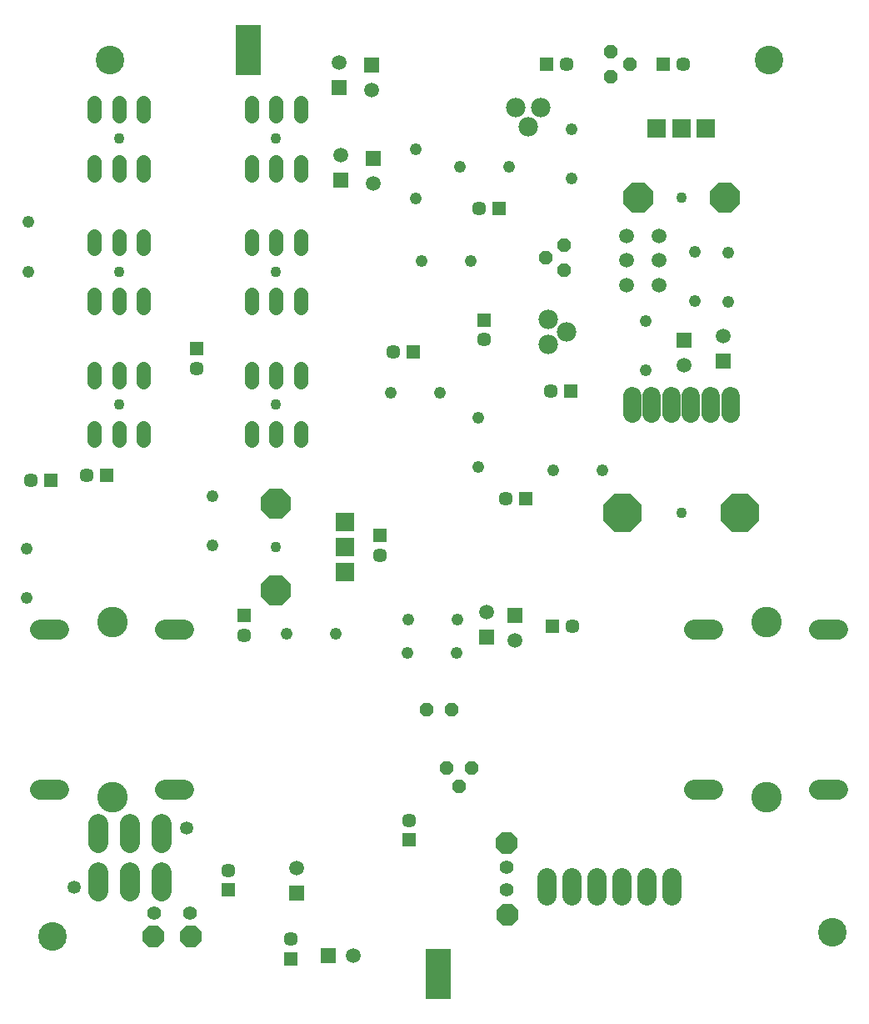
<source format=gbr>
G04 EAGLE Gerber X2 export*
%TF.Part,Single*%
%TF.FileFunction,Soldermask,Bot,1*%
%TF.FilePolarity,Positive*%
%TF.GenerationSoftware,Autodesk,EAGLE,9.2.2*%
%TF.CreationDate,2019-01-08T14:26:45Z*%
G75*
%MOMM*%
%FSLAX34Y34*%
%LPD*%
%INSoldermask Bottom*%
%AMOC8*
5,1,8,0,0,1.08239X$1,22.5*%
G01*
%ADD10C,1.244600*%
%ADD11R,1.451600X1.451600*%
%ADD12C,1.451600*%
%ADD13C,1.509600*%
%ADD14R,1.509600X1.509600*%
%ADD15C,1.422400*%
%ADD16C,1.101600*%
%ADD17C,2.051600*%
%ADD18C,3.101600*%
%ADD19P,1.539592X8X202.500000*%
%ADD20P,2.446851X8X112.500000*%
%ADD21C,1.981200*%
%ADD22P,1.539592X8X292.500000*%
%ADD23P,1.539592X8X112.500000*%
%ADD24R,1.981200X1.981200*%
%ADD25P,3.357141X8X112.500000*%
%ADD26P,3.357141X8X22.500000*%
%ADD27P,2.446851X8X22.500000*%
%ADD28P,2.446851X8X202.500000*%
%ADD29C,1.901600*%
%ADD30P,4.233877X8X22.500000*%
%ADD31C,1.981200*%
%ADD32C,1.351600*%
%ADD33C,2.901600*%
%ADD34R,2.641600X5.181600*%
%ADD35C,1.401600*%


D10*
X369510Y377210D03*
X319510Y377210D03*
D11*
X535700Y809150D03*
D12*
X515700Y809150D03*
D11*
X520700Y695800D03*
D12*
X520700Y675800D03*
D11*
X228290Y666880D03*
D12*
X228290Y646880D03*
D11*
X608440Y623650D03*
D12*
X588440Y623650D03*
D11*
X448150Y663480D03*
D12*
X428150Y663480D03*
D10*
X514350Y596500D03*
X514350Y546500D03*
X244820Y466910D03*
X244820Y516910D03*
D11*
X137000Y538020D03*
D12*
X117000Y538020D03*
D11*
X562450Y514350D03*
D12*
X542450Y514350D03*
D11*
X590298Y384589D03*
D12*
X610298Y384589D03*
D10*
X55800Y413530D03*
X55800Y463530D03*
D11*
X79850Y533400D03*
D12*
X59850Y533400D03*
D10*
X590950Y543677D03*
X640950Y543677D03*
D11*
X414670Y477000D03*
D12*
X414670Y457000D03*
D11*
X276580Y395840D03*
D12*
X276580Y375840D03*
D10*
X684387Y644723D03*
X684387Y694723D03*
D11*
X323850Y47150D03*
D12*
X323850Y67150D03*
D11*
X444500Y167800D03*
D12*
X444500Y187800D03*
D11*
X260350Y117000D03*
D12*
X260350Y137000D03*
D10*
X57150Y745160D03*
X57150Y795160D03*
D11*
X702740Y955743D03*
D12*
X722740Y955743D03*
D11*
X584360Y955743D03*
D12*
X604360Y955743D03*
D10*
X609600Y839380D03*
X609600Y889380D03*
X545700Y851870D03*
X495700Y851870D03*
D13*
X387350Y50800D03*
D14*
X361950Y50800D03*
D13*
X330200Y139700D03*
D14*
X330200Y114300D03*
D15*
X334200Y708396D02*
X334200Y721604D01*
X309200Y721604D02*
X309200Y708396D01*
X284200Y708396D02*
X284200Y721604D01*
X284200Y768396D02*
X284200Y781604D01*
X309200Y781604D02*
X309200Y768396D01*
X334200Y768396D02*
X334200Y781604D01*
D16*
X309200Y745000D03*
D17*
X89050Y218850D02*
X69550Y218850D01*
X69550Y381150D02*
X89050Y381150D01*
X196550Y218850D02*
X216050Y218850D01*
X216050Y381150D02*
X196550Y381150D01*
D18*
X142800Y211100D03*
X142800Y388900D03*
D19*
X487700Y300000D03*
X462300Y300000D03*
D20*
X543560Y165100D03*
X544560Y92280D03*
D15*
X334200Y843396D02*
X334200Y856604D01*
X309200Y856604D02*
X309200Y843396D01*
X284200Y843396D02*
X284200Y856604D01*
X284200Y903396D02*
X284200Y916604D01*
X309200Y916604D02*
X309200Y903396D01*
X334200Y903396D02*
X334200Y916604D01*
D16*
X309200Y880000D03*
D15*
X124200Y903396D02*
X124200Y916604D01*
X149200Y916604D02*
X149200Y903396D01*
X174200Y903396D02*
X174200Y916604D01*
X174200Y856604D02*
X174200Y843396D01*
X149200Y843396D02*
X149200Y856604D01*
X124200Y856604D02*
X124200Y843396D01*
D16*
X149200Y880000D03*
D17*
X861050Y381150D02*
X880550Y381150D01*
X880550Y218850D02*
X861050Y218850D01*
X753550Y381150D02*
X734050Y381150D01*
X734050Y218850D02*
X753550Y218850D01*
D18*
X807300Y388900D03*
X807300Y211100D03*
D21*
X577850Y911320D03*
X565150Y892270D03*
X552450Y911320D03*
D22*
X649240Y943045D03*
X668290Y955745D03*
X649240Y968445D03*
D23*
X601988Y771880D03*
X582938Y759180D03*
X601988Y746480D03*
D21*
X585360Y696580D03*
X604410Y683880D03*
X585360Y671180D03*
D24*
X695800Y890000D03*
X720800Y890000D03*
X745800Y890000D03*
D25*
X676800Y820000D03*
X764800Y820000D03*
D16*
X720800Y820000D03*
D13*
X374650Y863600D03*
D14*
X374650Y838200D03*
D13*
X407670Y834390D03*
D14*
X407670Y859790D03*
D13*
X723362Y650113D03*
D14*
X723362Y675513D03*
D13*
X763270Y679450D03*
D14*
X763270Y654050D03*
D24*
X379200Y490400D03*
X379200Y465400D03*
X379200Y440400D03*
D26*
X309200Y509400D03*
X309200Y421400D03*
D16*
X309200Y465400D03*
D15*
X124200Y768396D02*
X124200Y781604D01*
X149200Y781604D02*
X149200Y768396D01*
X174200Y768396D02*
X174200Y781604D01*
X174200Y721604D02*
X174200Y708396D01*
X149200Y708396D02*
X149200Y721604D01*
X124200Y721604D02*
X124200Y708396D01*
D16*
X149200Y745000D03*
D27*
X184150Y69850D03*
D28*
X222250Y69850D03*
D29*
X690800Y601000D02*
X690800Y619000D01*
X670800Y619000D02*
X670800Y601000D01*
X770800Y601000D02*
X770800Y619000D01*
X710800Y619000D02*
X710800Y601000D01*
X730800Y601000D02*
X730800Y619000D01*
X750800Y619000D02*
X750800Y601000D01*
D30*
X660800Y500000D03*
X780800Y500000D03*
D16*
X720800Y500000D03*
D31*
X711200Y130048D02*
X711200Y111252D01*
X685800Y111252D02*
X685800Y130048D01*
X660400Y130048D02*
X660400Y111252D01*
X635000Y111252D02*
X635000Y130048D01*
X609600Y130048D02*
X609600Y111252D01*
X584200Y111252D02*
X584200Y130048D01*
D17*
X128800Y135000D02*
X128800Y115500D01*
X160800Y115500D02*
X160800Y135000D01*
X192800Y135000D02*
X192800Y115500D01*
X192800Y165000D02*
X192800Y184500D01*
X160800Y184500D02*
X160800Y165000D01*
X128800Y165000D02*
X128800Y184500D01*
D32*
X103800Y120000D03*
X217800Y180000D03*
D33*
X140000Y960000D03*
X810000Y960000D03*
D10*
X507200Y755650D03*
X457200Y755650D03*
X475450Y622300D03*
X425450Y622300D03*
D34*
X280520Y970000D03*
X474000Y31750D03*
D10*
X734561Y764996D03*
X734561Y714996D03*
X450850Y869550D03*
X450850Y819550D03*
D13*
X406080Y929020D03*
D14*
X406080Y954420D03*
D13*
X372790Y957500D03*
D14*
X372790Y932100D03*
D19*
X482600Y241300D03*
X495300Y222250D03*
X508000Y241300D03*
D15*
X124200Y633396D02*
X124200Y646604D01*
X149200Y646604D02*
X149200Y633396D01*
X174200Y633396D02*
X174200Y646604D01*
X174200Y586604D02*
X174200Y573396D01*
X149200Y573396D02*
X149200Y586604D01*
X124200Y586604D02*
X124200Y573396D01*
D16*
X149200Y610000D03*
D15*
X334200Y586604D02*
X334200Y573396D01*
X309200Y573396D02*
X309200Y586604D01*
X284200Y586604D02*
X284200Y573396D01*
X284200Y633396D02*
X284200Y646604D01*
X309200Y646604D02*
X309200Y633396D01*
X334200Y633396D02*
X334200Y646604D01*
D16*
X309200Y610000D03*
D10*
X768815Y714359D03*
X768815Y764359D03*
D33*
X81480Y69880D03*
X874680Y74500D03*
D35*
X184780Y93940D03*
X221740Y93940D03*
X543600Y117040D03*
X543600Y140140D03*
D13*
X551641Y370377D03*
D14*
X551641Y395777D03*
D13*
X523154Y399745D03*
D14*
X523154Y374345D03*
D10*
X492745Y358107D03*
X442745Y358107D03*
X493000Y392104D03*
X443000Y392104D03*
D13*
X697941Y781299D03*
X697941Y756299D03*
X697941Y731299D03*
X664941Y781299D03*
X664941Y756299D03*
X664941Y731299D03*
M02*

</source>
